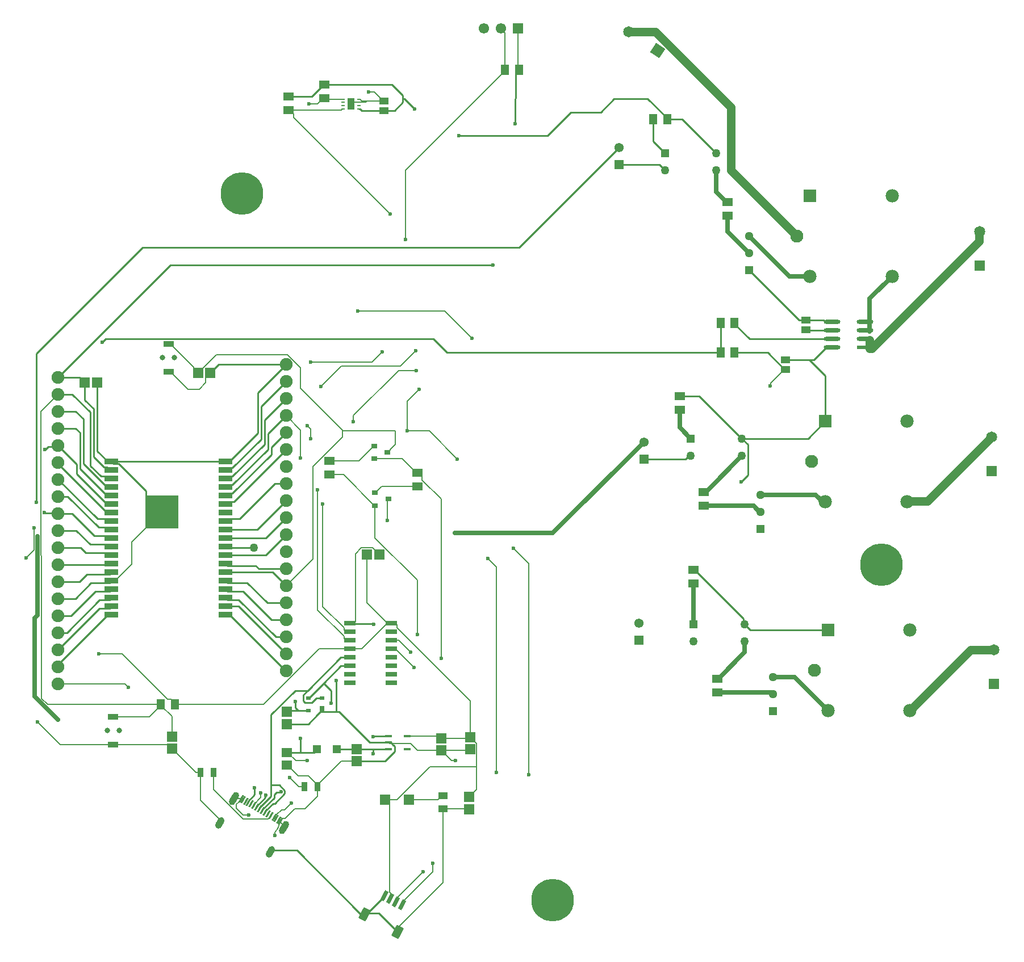
<source format=gtl>
G04*
G04 #@! TF.GenerationSoftware,Altium Limited,Altium Designer,25.5.2 (35)*
G04*
G04 Layer_Physical_Order=1*
G04 Layer_Color=255*
%FSLAX44Y44*%
%MOMM*%
G71*
G04*
G04 #@! TF.SameCoordinates,1C876D45-0CCD-4BF8-8A60-7BCD78DFC47F*
G04*
G04*
G04 #@! TF.FilePolarity,Positive*
G04*
G01*
G75*
%ADD11C,0.1270*%
%ADD16C,0.2540*%
G04:AMPARAMS|DCode=18|XSize=1mm|YSize=1.8mm|CornerRadius=0.5mm|HoleSize=0mm|Usage=FLASHONLY|Rotation=330.000|XOffset=0mm|YOffset=0mm|HoleType=Round|Shape=RoundedRectangle|*
%AMROUNDEDRECTD18*
21,1,1.0000,0.8000,0,0,330.0*
21,1,0.0000,1.8000,0,0,330.0*
1,1,1.0000,-0.2000,-0.3464*
1,1,1.0000,-0.2000,-0.3464*
1,1,1.0000,0.2000,0.3464*
1,1,1.0000,0.2000,0.3464*
%
%ADD18ROUNDEDRECTD18*%
G04:AMPARAMS|DCode=19|XSize=1mm|YSize=2.1mm|CornerRadius=0.5mm|HoleSize=0mm|Usage=FLASHONLY|Rotation=330.000|XOffset=0mm|YOffset=0mm|HoleType=Round|Shape=RoundedRectangle|*
%AMROUNDEDRECTD19*
21,1,1.0000,1.1000,0,0,330.0*
21,1,0.0000,2.1000,0,0,330.0*
1,1,1.0000,-0.2750,-0.4763*
1,1,1.0000,-0.2750,-0.4763*
1,1,1.0000,0.2750,0.4763*
1,1,1.0000,0.2750,0.4763*
%
%ADD19ROUNDEDRECTD19*%
%ADD21R,0.5500X0.2500*%
%ADD22R,2.4741X0.6221*%
G04:AMPARAMS|DCode=23|XSize=2.4741mm|YSize=0.6221mm|CornerRadius=0.3111mm|HoleSize=0mm|Usage=FLASHONLY|Rotation=180.000|XOffset=0mm|YOffset=0mm|HoleType=Round|Shape=RoundedRectangle|*
%AMROUNDEDRECTD23*
21,1,2.4741,0.0000,0,0,180.0*
21,1,1.8519,0.6221,0,0,180.0*
1,1,0.6221,-0.9260,0.0000*
1,1,0.6221,0.9260,0.0000*
1,1,0.6221,0.9260,0.0000*
1,1,0.6221,-0.9260,0.0000*
%
%ADD23ROUNDEDRECTD23*%
%ADD24R,1.3562X1.0546*%
G04:AMPARAMS|DCode=25|XSize=0.3mm|YSize=1.15mm|CornerRadius=0mm|HoleSize=0mm|Usage=FLASHONLY|Rotation=330.000|XOffset=0mm|YOffset=0mm|HoleType=Round|Shape=Rectangle|*
%AMROTATEDRECTD25*
4,1,4,-0.4174,-0.4230,0.1576,0.5730,0.4174,0.4230,-0.1576,-0.5730,-0.4174,-0.4230,0.0*
%
%ADD25ROTATEDRECTD25*%

%ADD26R,1.5500X1.2500*%
%ADD27R,1.2500X1.5500*%
%ADD28R,0.9500X1.4500*%
%ADD29R,1.5500X1.5500*%
%ADD30R,1.8000X0.6400*%
%ADD31R,1.5500X1.5000*%
%ADD32R,0.7000X1.0000*%
%ADD33R,1.1303X0.4318*%
%ADD34R,1.5500X1.5500*%
%ADD35R,1.3500X1.0000*%
G04:AMPARAMS|DCode=36|XSize=1.2mm|YSize=1.8mm|CornerRadius=0mm|HoleSize=0mm|Usage=FLASHONLY|Rotation=152.000|XOffset=0mm|YOffset=0mm|HoleType=Round|Shape=Rectangle|*
%AMROTATEDRECTD36*
4,1,4,0.9523,0.5130,0.1072,-1.0763,-0.9523,-0.5130,-0.1072,1.0763,0.9523,0.5130,0.0*
%
%ADD36ROTATEDRECTD36*%

G04:AMPARAMS|DCode=37|XSize=0.6mm|YSize=1.55mm|CornerRadius=0mm|HoleSize=0mm|Usage=FLASHONLY|Rotation=332.000|XOffset=0mm|YOffset=0mm|HoleType=Round|Shape=Rectangle|*
%AMROTATEDRECTD37*
4,1,4,-0.6287,-0.5434,0.0990,0.8251,0.6287,0.5434,-0.0990,-0.8251,-0.6287,-0.5434,0.0*
%
%ADD37ROTATEDRECTD37*%

%ADD38R,1.5000X0.9500*%
%ADD39R,1.5000X1.5500*%
%ADD40R,2.0000X0.9000*%
%ADD41R,5.0000X5.0000*%
%ADD42R,1.5500X1.4000*%
%ADD43R,1.2500X1.2200*%
%ADD44R,0.7000X0.6000*%
%ADD45R,0.9000X0.8000*%
%ADD46R,1.5000X1.5000*%
%ADD51R,1.0000X1.7000*%
%ADD86C,0.6350*%
%ADD87C,1.2700*%
%ADD88C,6.3500*%
%ADD89C,1.2980*%
%ADD90R,1.2980X1.2980*%
%ADD91C,1.2600*%
%ADD92R,1.2600X1.2600*%
%ADD93C,1.3780*%
%ADD94R,1.3780X1.3780*%
%ADD95C,1.6500*%
%ADD96P,2.3335X4X192.0*%
%ADD97C,1.9800*%
%ADD98C,1.9350*%
%ADD99R,1.9800X1.9800*%
%ADD100C,1.5500*%
%ADD101C,1.9050*%
%ADD102R,1.6500X1.6500*%
%ADD103C,0.8000*%
%ADD104C,0.6000*%
%ADD105C,1.2700*%
D11*
X737789Y268393D02*
G03*
X738533Y269677I-5116J3820D01*
G01*
X737484Y267984D02*
X737789Y268393D01*
X738736Y270145D02*
X739857Y272081D01*
X734060Y262072D02*
X734806Y263359D01*
X734060Y257810D02*
Y262072D01*
X734806Y263359D02*
X737484Y267984D01*
X738533Y269677D02*
X738736Y270145D01*
X739857Y272081D02*
Y277011D01*
X680016Y307542D02*
X683017D01*
X739384Y280636D02*
X740884Y279136D01*
X741982D01*
X797080Y315750D02*
Y330143D01*
X741982Y279136D02*
Y279192D01*
X745521Y282731D01*
X748821D01*
X763270Y297180D01*
X778510D01*
X797080Y315750D01*
X739857Y277011D02*
X741982Y279136D01*
Y277156D02*
Y279136D01*
X686410Y288290D02*
X694690D01*
X676232Y298468D02*
X686410Y288290D01*
X676232Y298468D02*
Y303758D01*
X680016Y307542D01*
X683017D02*
X686556Y311081D01*
Y311136D01*
X686046Y282001D02*
X723418D01*
X728125Y286709D02*
Y287136D01*
X723418Y282001D02*
X728125Y286709D01*
X741982Y277156D02*
X747557Y271581D01*
Y269393D02*
Y271581D01*
X849910Y1351120D02*
X859160D01*
X847410Y1348620D02*
X849910Y1351120D01*
X379730Y426720D02*
X413237Y393213D01*
X492690D01*
X363220Y671830D02*
X374650Y683260D01*
Y716280D01*
X384985Y890458D02*
X410140Y915613D01*
X384985Y675583D02*
Y890458D01*
Y675583D02*
X386010Y674558D01*
Y461914D02*
Y674558D01*
Y461914D02*
X394591Y453333D01*
X510470Y483813D02*
X515550Y478733D01*
X410140Y483813D02*
X510470D01*
X394591Y453333D02*
X563810D01*
X882050Y1366520D02*
X895112Y1353458D01*
X873760Y1366520D02*
X882050D01*
X871220Y1353458D02*
X895112D01*
X896620D01*
X930910Y861060D02*
X963930D01*
X1005840Y819150D01*
X1089660Y685800D02*
X1112520Y662940D01*
Y347980D02*
Y662940D01*
X955040Y203200D02*
Y203200D01*
X914400Y162560D02*
X955040Y203200D01*
X914400Y158750D02*
Y162560D01*
X981640Y384753D02*
X1023660D01*
X997073Y369570D02*
X1003300D01*
X850900Y883920D02*
X918210Y951230D01*
X944880D01*
X1051560Y670560D02*
X1064223Y657897D01*
Y351305D02*
Y657897D01*
X969010Y203719D02*
Y215900D01*
X923229Y157938D02*
X969010Y203719D01*
X923229Y154055D02*
Y157938D01*
X981640Y521913D02*
Y759497D01*
X953195Y787942D02*
X981640Y759497D01*
X984180Y187378D02*
Y297283D01*
X916516Y119714D02*
X984180Y187378D01*
X782320Y868680D02*
X787400Y863600D01*
Y849630D02*
Y863600D01*
X930910Y861060D02*
Y905510D01*
X948690Y923290D01*
X986790Y1040130D02*
X1027430Y999490D01*
X857250Y1040130D02*
X986790D01*
X953195Y787942D02*
Y793248D01*
X946080Y798863D02*
X947580D01*
X953195Y793248D01*
X784860Y1348740D02*
X797420D01*
X806220Y1357540D01*
X807720D01*
X755880Y1339760D02*
X832800D01*
X834160Y1341120D01*
X761495Y1328925D02*
X905510Y1184910D01*
X802640Y927100D02*
X832945Y957405D01*
X920575D01*
X943610Y980440D01*
X761495Y1328925D02*
Y1334145D01*
X755880Y1339760D02*
X761495Y1334145D01*
X754380Y1339760D02*
X755880D01*
X771606Y924987D02*
Y955121D01*
X752002Y974725D02*
X771606Y955121D01*
X646582Y974725D02*
X752002D01*
X928370Y1146810D02*
Y1249540D01*
X850900Y875030D02*
Y883920D01*
X928370Y1249540D02*
X1076870Y1398040D01*
Y1399540D01*
X1070610Y1460636D02*
Y1461770D01*
Y1460636D02*
X1076870Y1454376D01*
Y1399540D02*
Y1454376D01*
X1096010Y1400900D02*
Y1461770D01*
Y1400900D02*
X1097370Y1399540D01*
X787400Y963930D02*
X878840D01*
X894080Y979170D01*
X868882Y1351120D02*
X871220Y1353458D01*
X859160Y1351120D02*
X868882D01*
X859160Y1356120D02*
X860660D01*
X863322Y1353458D01*
X871220D01*
X834160Y1341120D02*
X835660D01*
X807870Y1356120D02*
X835660D01*
X807720Y1356270D02*
X807870Y1356120D01*
X916516Y113738D02*
Y119714D01*
X915406Y311093D02*
X964481Y360168D01*
X933100Y311093D02*
X976240D01*
X982430Y317283D01*
X898100Y311093D02*
X904965Y304228D01*
Y172795D02*
Y304228D01*
Y172795D02*
X906761Y170999D01*
Y164635D02*
Y170999D01*
X905571Y163445D02*
X906761Y164635D01*
X1493282Y952862D02*
X1494790D01*
X1472835Y932415D02*
X1493282Y952862D01*
X1472835Y929275D02*
Y932415D01*
X1471930Y928370D02*
X1472835Y929275D01*
X981890Y384753D02*
X997073Y369570D01*
X981640Y384753D02*
X981890D01*
X1034475Y360168D02*
Y394508D01*
X1025070Y403913D02*
X1034475Y394508D01*
X471100Y528263D02*
X505574D01*
X771606Y924987D02*
X834320Y862273D01*
X619470Y947613D02*
X646582Y974725D01*
X750500Y883863D02*
X772090Y862273D01*
Y820363D02*
Y862273D01*
X835590Y861003D02*
X912316D01*
X797490Y594079D02*
Y773373D01*
Y594079D02*
X836815Y554754D01*
Y551148D02*
Y554754D01*
Y551148D02*
X839380Y548583D01*
X845180D01*
X790247Y808314D02*
X834320Y852387D01*
X790247Y669610D02*
Y808314D01*
X834320Y852387D02*
Y862273D01*
X750500Y629863D02*
X790247Y669610D01*
X805110Y599159D02*
Y751783D01*
Y599159D02*
X836815Y567454D01*
Y563848D02*
Y567454D01*
Y563848D02*
X839380Y561283D01*
X845180D01*
X520080Y695353D02*
X565080Y740353D01*
X520080Y662053D02*
Y695353D01*
X495580Y637553D02*
X520080Y662053D01*
X490080Y637553D02*
X495580D01*
X546690Y434713D02*
X563810Y451833D01*
X492690Y434713D02*
X546690D01*
X505574Y528263D02*
X573389Y460448D01*
X578695D01*
X584310Y454833D01*
Y453333D02*
Y454833D01*
X630605Y940498D02*
X637470Y947363D01*
X630605Y932878D02*
Y940498D01*
X620960Y923233D02*
X630605Y932878D01*
X604120Y923233D02*
X620960D01*
X577880Y949473D02*
X604120Y923233D01*
X575130Y949473D02*
X577880D01*
X834320Y862273D02*
X835590Y861003D01*
X912316D02*
X913060Y860259D01*
Y840843D02*
Y860259D01*
X905335Y833118D02*
X913060Y840843D01*
X905335Y832618D02*
Y833118D01*
X901970Y829253D02*
X905335Y832618D01*
X901470Y829253D02*
X901970D01*
X619470Y947363D02*
Y947613D01*
X815270Y816643D02*
X858860D01*
X880970Y838753D01*
X836000Y796143D02*
X882240Y749903D01*
X612605Y954228D02*
X619470Y947363D01*
X612605Y954228D02*
Y956248D01*
X577880Y990973D02*
X612605Y956248D01*
X575130Y990973D02*
X577880D01*
X850980Y573983D02*
X853545Y576548D01*
Y677802D01*
X862251Y686508D01*
X879635D01*
X889290Y676853D01*
X870790Y604673D02*
X901480Y573983D01*
X870790Y604673D02*
Y676853D01*
X901480Y573983D02*
X907280D01*
X944580Y798863D02*
X946080D01*
X901630Y727653D02*
Y758293D01*
X902740Y759403D01*
X907280Y548583D02*
X918140D01*
X935920Y530803D01*
X946080Y557473D02*
Y638257D01*
X882740Y701597D02*
X946080Y638257D01*
X882740Y701597D02*
Y749903D01*
X1024820Y403913D02*
Y458637D01*
X915645Y567812D02*
X1024820Y458637D01*
X907280Y535883D02*
X913080D01*
X941000Y507963D01*
Y507943D02*
Y507963D01*
X882240Y749903D02*
X882740D01*
X815270Y796143D02*
X836000D01*
X880970Y838753D02*
X881470D01*
X892700Y778363D02*
X946080D01*
X883240Y768903D02*
X892700Y778363D01*
X882740Y768903D02*
X883240D01*
X923690Y819753D02*
X944580Y798863D01*
X881470Y819753D02*
X923690D01*
X855660Y386133D02*
X855910D01*
X764560Y369513D02*
X782250D01*
X915645Y567812D02*
Y571418D01*
X913080Y573983D02*
X915645Y571418D01*
X907280Y573983D02*
X913080D01*
X863380Y535883D02*
X901480Y573983D01*
X845180Y535883D02*
X863380D01*
X799685D02*
X845180D01*
X717134Y453333D02*
X799685Y535883D01*
X584310Y453333D02*
X717134D01*
X563810Y451833D02*
X580320Y435323D01*
Y405183D02*
Y435323D01*
X574540Y393213D02*
X601710Y366043D01*
X492690Y393213D02*
X574540D01*
X964481Y360168D02*
X1034475D01*
X898100Y311093D02*
X915406D01*
X982430Y317283D02*
X984180D01*
X755580Y344113D02*
X769550Y330143D01*
X777580D01*
X984180Y297283D02*
X1022670D01*
X1023550Y296403D01*
Y314903D02*
X1034475Y325828D01*
Y360168D01*
X1023660Y402753D02*
X1024820Y403913D01*
X981640Y402753D02*
X1023660D01*
Y384753D02*
X1024820Y385913D01*
X907980Y394659D02*
X936300D01*
X902963Y396183D02*
X904488Y394659D01*
X907980D01*
X936300D02*
X946206Y384753D01*
X981640D01*
X978710Y405683D02*
X981640Y402753D01*
X930777Y405683D02*
X978710D01*
X797080Y332643D02*
X832570Y368133D01*
X855910D01*
X751770Y362553D02*
X752520D01*
X768600Y346473D01*
X783250D02*
X797080Y332643D01*
X768600Y346473D02*
X783250D01*
X683675Y312353D02*
X683958Y312636D01*
X672973Y312353D02*
X683675D01*
X601710Y366008D02*
Y366043D01*
Y366008D02*
X615985Y351733D01*
X622640D01*
X672733Y312593D02*
X672973Y312353D01*
X651833Y276393D02*
Y280959D01*
X622640Y310152D02*
X651833Y280959D01*
X622640Y310152D02*
Y351733D01*
X732456Y284636D02*
Y285064D01*
X735995Y288603D01*
X736422D01*
X743605Y295786D01*
X747892D01*
X758120Y306013D01*
X712400Y313947D02*
Y321253D01*
X702145Y303692D02*
X712400Y313947D01*
X702145Y302136D02*
Y303692D01*
X642140Y325908D02*
X686046Y282001D01*
X752520Y381553D02*
X764560Y369513D01*
X751770Y381553D02*
X752520D01*
X642140Y325908D02*
Y351733D01*
D16*
X1530350Y967378D02*
X1554160Y943568D01*
Y875340D02*
Y943568D01*
X1530350Y967378D02*
X1537207D01*
X1366430Y913220D02*
X1430020Y849630D01*
X1337310Y913220D02*
X1366430D01*
X1555350Y985520D02*
X1564609D01*
X1537207Y967378D02*
X1555350Y985520D01*
X1494790Y967378D02*
X1530350D01*
X1318350Y1325880D02*
Y1327380D01*
X1289370Y1356360D02*
X1318350Y1327380D01*
X1239520Y1356360D02*
X1289370D01*
X1219330Y1336170D02*
X1239520Y1356360D01*
X1174444Y1336170D02*
X1219330D01*
X1341120Y1325880D02*
X1391920Y1275080D01*
X1318350Y1325880D02*
X1341120D01*
X924560Y1356360D02*
X927100D01*
X942340Y1341120D01*
X1008380Y1301750D02*
X1140024D01*
X1174444Y1336170D01*
X924560Y1356360D02*
Y1361440D01*
X859160Y1341120D02*
X860620D01*
X862798Y1338942D01*
X896620D01*
X912222D01*
X924560Y1351280D01*
Y1356360D01*
X907960Y1378040D02*
X924560Y1361440D01*
X807720Y1378040D02*
X907960D01*
X806220D02*
X807720D01*
X788440Y1360260D02*
X806220Y1378040D01*
X754380Y1360260D02*
X788440D01*
X1528450Y849630D02*
X1554160Y875340D01*
X1430020Y849630D02*
X1528450D01*
X1428750Y784860D02*
X1438860Y794970D01*
Y840790D01*
X1430020Y849630D02*
X1438860Y840790D01*
X1433830Y572770D02*
X1442410Y564190D01*
X1558250D01*
X1431905Y574695D02*
X1433830Y572770D01*
X1431905Y574695D02*
Y581365D01*
X1359130Y654140D02*
X1431905Y581365D01*
X1357630Y654140D02*
X1359130D01*
X805910Y442103D02*
X826770D01*
X845787Y573377D02*
X880773D01*
X845180Y573983D02*
X845787Y573377D01*
X880773D02*
X881380Y572770D01*
X825500Y443373D02*
Y488950D01*
Y443373D02*
X826770Y442103D01*
X829286D01*
X817810Y454603D02*
Y473346D01*
X410140Y512313D02*
X484580Y586753D01*
X410140Y509213D02*
Y512313D01*
Y534613D02*
X471750Y596223D01*
X486850D01*
X490080Y599453D01*
X410140Y585413D02*
X429874D01*
X466084Y621623D01*
X410140Y636213D02*
X442574D01*
X453384Y647023D01*
X410140Y661613D02*
X479990D01*
X410140Y687013D02*
X443914D01*
X452044Y678883D01*
X410140Y712413D02*
X437564D01*
X458394Y691583D01*
X410140Y737813D02*
X431214D01*
X464744Y704283D01*
X410140Y788613D02*
X469070Y729683D01*
X438080Y796665D02*
Y811473D01*
X443160Y804285D02*
Y858463D01*
Y804285D02*
X479662Y767783D01*
X410140Y864813D02*
X436810D01*
X443160Y858463D01*
X436810Y890213D02*
X448240Y878783D01*
X431730Y915613D02*
X458400Y888943D01*
X1092390Y1394560D02*
X1097370Y1399540D01*
X1092390Y1357189D02*
Y1394560D01*
X1092200Y1356999D02*
X1092390Y1357189D01*
X1092200Y1319530D02*
Y1356999D01*
X577837Y1108710D02*
X1059180D01*
X410140Y941013D02*
X577837Y1108710D01*
X649920Y960063D02*
X750500D01*
X708075Y917638D02*
X750500Y960063D01*
X481373Y998263D02*
X969662D01*
X536770Y1134940D02*
X1098110D01*
X1247140Y1283970D01*
X660080Y815353D02*
X665580D01*
X490080D02*
X660080D01*
X871539Y141437D02*
X896741Y166639D01*
X871539Y141437D02*
X888817D01*
X868479D02*
X871539D01*
X870131Y140028D02*
X871539Y141437D01*
X867071Y140028D02*
X870131D01*
X888817Y141437D02*
X916516Y113738D01*
X867071Y140028D02*
X868479Y141437D01*
X916516Y113738D02*
X916516D01*
X896741Y166639D02*
Y168139D01*
X726657Y233193D02*
X728657Y235193D01*
X766492D01*
X861657Y140028D01*
X867071D01*
X389890Y739140D02*
X390552Y738478D01*
X391373Y833120D02*
X396082Y837829D01*
X391160Y833120D02*
X391373D01*
X390552Y738478D02*
X409475D01*
X396082Y837829D02*
X408556D01*
X378460Y754380D02*
Y976630D01*
X764470Y447873D02*
Y457143D01*
X1351098Y824230D02*
X1353820D01*
X1346018Y819150D02*
X1351098Y824230D01*
X1283970Y819150D02*
X1346018D01*
X1297850Y1292950D02*
Y1325880D01*
Y1292950D02*
X1315720Y1275080D01*
X1306830Y1258570D02*
X1315720Y1249680D01*
X1247140Y1258570D02*
X1306830D01*
X409475Y738478D02*
X410140Y737813D01*
X378460Y976630D02*
X536770Y1134940D01*
X990025Y977900D02*
X1398090D01*
X969662Y998263D02*
X990025Y977900D01*
X408556Y837829D02*
X410140Y839413D01*
X476250Y993140D02*
X481373Y998263D01*
X1468244Y977900D02*
X1493282Y952862D01*
X1418590Y977900D02*
X1468244D01*
X1398090D02*
Y1022260D01*
X1398180Y1022350D01*
X1418680Y1020850D02*
Y1022350D01*
Y1020850D02*
X1441310Y998220D01*
X1564609D01*
X1440620Y1101090D02*
X1515004Y1026706D01*
X1525270D01*
X1526540Y1010920D02*
X1564609D01*
X1525270Y1012190D02*
X1526540Y1010920D01*
X1554353Y1023620D02*
X1564609D01*
X1551268Y1026706D02*
X1554353Y1023620D01*
X1525270Y1026706D02*
X1551268D01*
X661420Y687013D02*
X702240D01*
X660080Y688353D02*
X661420Y687013D01*
X463480Y822065D02*
X478502Y807043D01*
X463480Y822065D02*
Y894023D01*
X500498Y812123D02*
X541350Y771271D01*
X772005Y381553D02*
X772090Y381638D01*
Y402533D01*
X772005Y381553D02*
X792240D01*
X751770D02*
X772005D01*
X907980Y394659D02*
X909987Y392652D01*
X902658Y405378D02*
X902963Y405683D01*
X880345Y405378D02*
X902658D01*
X880040Y405073D02*
X880345Y405378D01*
X879712Y380001D02*
X880040Y379673D01*
X879712Y380001D02*
Y386683D01*
X902963D01*
X803680Y444333D02*
X805910Y442103D01*
X803680Y444333D02*
Y445833D01*
X797042Y437695D02*
X803680Y444333D01*
X797042Y437581D02*
Y437695D01*
X783224Y423763D02*
X797042Y437581D01*
X751770Y423763D02*
X783224D01*
X912425Y382946D02*
Y390420D01*
X910193Y392652D02*
X912425Y390420D01*
X906456Y396183D02*
X907980Y394659D01*
X909987Y392652D02*
X910193D01*
X897612Y368133D02*
X912425Y382946D01*
X875206Y396183D02*
X902963D01*
X906456D01*
X829286Y442103D02*
X875206Y396183D01*
X855910Y368133D02*
X897612D01*
X637470Y947613D02*
X649920Y960063D01*
X665580Y815353D02*
X708075Y857849D01*
Y917638D01*
X490080Y815353D02*
X493310Y812123D01*
X500498D01*
X484580Y815353D02*
X490080D01*
X468920Y831013D02*
Y933393D01*
Y831013D02*
X484580Y815353D01*
X541350Y764083D02*
Y771271D01*
Y764083D02*
X565080Y740353D01*
X486850Y634323D02*
X490080Y637553D01*
X459734Y634323D02*
X486850D01*
X410140Y610813D02*
X436224D01*
X459734Y634323D01*
X693484Y307136D02*
Y308692D01*
X703510Y318717D01*
Y328873D01*
X764470Y447873D02*
X768510Y443833D01*
X783680D01*
X727960Y437546D02*
X763887Y473472D01*
X727960Y332683D02*
Y437546D01*
X763887Y473472D02*
X782431D01*
X730983Y305210D02*
X733401D01*
X719465Y292136D02*
Y293692D01*
X730983Y305210D01*
X733401D02*
X748420Y320228D01*
Y324818D01*
X740555Y332683D02*
X748420Y324818D01*
X727960Y332683D02*
X740555D01*
X706475Y299636D02*
Y301192D01*
X719358Y314075D01*
Y316781D01*
X720020Y317443D01*
X710805Y297136D02*
Y298692D01*
X727960Y315847D01*
Y332683D01*
X782431Y473472D02*
X832142Y523183D01*
X736070Y322063D02*
X742420D01*
X732720Y318713D02*
X736070Y322063D01*
X732720Y313777D02*
Y318713D01*
X742420Y322063D02*
X742880Y322523D01*
X715135Y294636D02*
Y296192D01*
X732720Y313777D01*
X806252Y484905D02*
X817810Y473346D01*
X806252Y484905D02*
X831830Y510483D01*
X776370Y458255D02*
Y467411D01*
X753340Y443833D02*
X768510D01*
X751770Y442263D02*
X753340Y443833D01*
X792240Y381553D02*
X796710Y386023D01*
X831830Y510483D02*
X845180D01*
X784180Y462833D02*
X806252Y484905D01*
X783680Y462833D02*
X784180D01*
X855910Y386133D02*
X856460Y386683D01*
X879712D01*
X826320Y386133D02*
X855910D01*
X826210Y386023D02*
X826320Y386133D01*
X832142Y523183D02*
X845180D01*
X776370Y467411D02*
X782431Y473472D01*
X776370Y458255D02*
X778602Y456023D01*
X788758D01*
X795568Y462833D01*
X803680D01*
X660080Y586753D02*
X665580D01*
X749470Y502863D01*
X750500D01*
X660080Y599453D02*
X679310D01*
X750500Y528263D01*
X660080Y612153D02*
X663310Y608923D01*
X679791D01*
X735051Y553663D01*
X750500D01*
X660080Y624853D02*
X663310Y621623D01*
X686141D01*
X728701Y579063D01*
X750500D01*
X660080Y637553D02*
X663310Y634323D01*
X692491D01*
X722351Y604463D01*
X750500D01*
X660080Y650253D02*
X697226D01*
X697296Y650183D01*
X730180D01*
X750500Y629863D01*
X660080Y662953D02*
X663310Y659723D01*
X705191D01*
X709651Y655263D01*
X750500D01*
X660080Y675653D02*
X720090D01*
X750500Y706063D01*
X660080Y701053D02*
X720090D01*
X750500Y731463D01*
X660080Y713753D02*
X707390D01*
X750500Y756863D01*
X660080Y726453D02*
X663310Y729683D01*
X681131D01*
X733711Y782263D01*
X750500D01*
X660080Y751853D02*
X663310Y755083D01*
X672520D01*
X750500Y833063D01*
X660080Y764553D02*
X663310Y767783D01*
X670498D01*
X728395Y825680D01*
Y836358D01*
X750500Y858463D01*
X723316Y833300D02*
Y856678D01*
X670498Y780483D02*
X723316Y833300D01*
X660080Y777253D02*
X663310Y780483D01*
X670498D01*
X723316Y856678D02*
X750500Y883863D01*
X718235Y840920D02*
Y876999D01*
X670498Y793183D02*
X718235Y840920D01*
X663310Y793183D02*
X670498D01*
X713156Y848540D02*
Y897318D01*
X670498Y805883D02*
X713156Y848540D01*
X660080Y789953D02*
X663310Y793183D01*
X718235Y876999D02*
X750500Y909263D01*
X660080Y802653D02*
X663310Y805883D01*
X670498D01*
X713156Y897318D02*
X750500Y934663D01*
X484580Y586753D02*
X490080D01*
X486850Y608923D02*
X490080Y612153D01*
X472434Y608923D02*
X486850D01*
X423524Y560013D02*
X472434Y608923D01*
X410140Y560013D02*
X423524D01*
X486850Y621623D02*
X490080Y624853D01*
X466084Y621623D02*
X486850D01*
Y647023D02*
X490080Y650253D01*
X453384Y647023D02*
X486850D01*
Y678883D02*
X490080Y675653D01*
X452044Y678883D02*
X486850D01*
Y691583D02*
X490080Y688353D01*
X458394Y691583D02*
X486850D01*
Y704283D02*
X490080Y701053D01*
X464744Y704283D02*
X486850D01*
Y716983D02*
X490080Y713753D01*
X471094Y716983D02*
X486850D01*
X424864Y763213D02*
X471094Y716983D01*
X410140Y763213D02*
X424864D01*
X486850Y729683D02*
X490080Y726453D01*
X469070Y729683D02*
X486850D01*
Y742383D02*
X490080Y739153D01*
X479662Y742383D02*
X486850D01*
X410140Y811905D02*
X479662Y742383D01*
X410140Y811905D02*
Y814013D01*
X438080Y796665D02*
X479662Y755083D01*
X486850D02*
X490080Y751853D01*
X479662Y755083D02*
X486850D01*
X410140Y839413D02*
X438080Y811473D01*
X458400Y808933D02*
Y888943D01*
Y808933D02*
X474150Y793183D01*
X448240Y811905D02*
Y878783D01*
Y811905D02*
X479662Y780483D01*
X486850Y767783D02*
X490080Y764553D01*
X479662Y767783D02*
X486850D01*
X474150Y793183D02*
X486850D01*
Y780483D02*
X490080Y777253D01*
X479662Y780483D02*
X486850D01*
X410140Y890213D02*
X436810D01*
X486850Y793183D02*
X490080Y789953D01*
X410140Y915613D02*
X431730D01*
X478502Y807043D02*
X483800D01*
X450420Y907083D02*
X463480Y894023D01*
X450420Y907083D02*
Y933393D01*
X442800Y941013D02*
X450420Y933393D01*
X410140Y941013D02*
X442800D01*
D18*
X651833Y276393D02*
D03*
X726657Y233193D02*
D03*
D19*
X747557Y269393D02*
D03*
X672733Y312593D02*
D03*
D21*
X835660Y1356120D02*
D03*
Y1351120D02*
D03*
Y1346120D02*
D03*
Y1341120D02*
D03*
X859160D02*
D03*
Y1346120D02*
D03*
Y1351120D02*
D03*
Y1356120D02*
D03*
D22*
X1612931Y985520D02*
D03*
D23*
Y998220D02*
D03*
Y1010920D02*
D03*
Y1023620D02*
D03*
X1564609Y1010920D02*
D03*
Y998220D02*
D03*
Y1023620D02*
D03*
Y985520D02*
D03*
D24*
X1525270Y1012190D02*
D03*
Y1026706D02*
D03*
X896620Y1338942D02*
D03*
Y1353458D02*
D03*
X1494790Y967378D02*
D03*
Y952862D02*
D03*
D25*
X732456Y284636D02*
D03*
X728125Y287136D02*
D03*
X723795Y289636D02*
D03*
X719465Y292136D02*
D03*
X715135Y294636D02*
D03*
X710805Y297136D02*
D03*
X706475Y299636D02*
D03*
X702145Y302136D02*
D03*
X697815Y304636D02*
D03*
X690886Y308636D02*
D03*
X693484Y307136D02*
D03*
X735054Y283136D02*
D03*
X741982Y279136D02*
D03*
X686556Y311136D02*
D03*
X683958Y312636D02*
D03*
X739384Y280636D02*
D03*
D26*
X1372870Y769710D02*
D03*
Y749210D02*
D03*
X1337310Y913220D02*
D03*
Y892720D02*
D03*
X754380Y1360260D02*
D03*
Y1339760D02*
D03*
X807720Y1378040D02*
D03*
Y1357540D02*
D03*
X1393190Y491580D02*
D03*
Y471080D02*
D03*
X1357630Y654140D02*
D03*
X1408430Y1202780D02*
D03*
Y1182280D02*
D03*
X1357630Y633640D02*
D03*
X815270Y816643D02*
D03*
Y796143D02*
D03*
X946080Y778363D02*
D03*
Y798863D02*
D03*
D27*
X1318350Y1325880D02*
D03*
X1297850D02*
D03*
X1398090Y977900D02*
D03*
X1418590D02*
D03*
X1097370Y1399540D02*
D03*
X1076870D02*
D03*
X1398180Y1022350D02*
D03*
X563810Y453333D02*
D03*
X584310D02*
D03*
X1418680Y1022350D02*
D03*
D28*
X797080Y330143D02*
D03*
X777580D02*
D03*
X622640Y351733D02*
D03*
X642140D02*
D03*
D29*
X889290Y676853D02*
D03*
X468920Y933393D02*
D03*
X870790Y676853D02*
D03*
X450420Y933393D02*
D03*
D30*
X845180Y573983D02*
D03*
Y510483D02*
D03*
Y548583D02*
D03*
Y561283D02*
D03*
Y535883D02*
D03*
X907280Y573983D02*
D03*
Y561283D02*
D03*
Y548583D02*
D03*
Y535883D02*
D03*
Y523183D02*
D03*
Y510483D02*
D03*
Y497783D02*
D03*
Y485083D02*
D03*
X845180D02*
D03*
Y497783D02*
D03*
Y523183D02*
D03*
D31*
X1024820Y385913D02*
D03*
X981640Y384753D02*
D03*
X855910Y368133D02*
D03*
X580320Y387183D02*
D03*
Y405183D02*
D03*
X981640Y402753D02*
D03*
X1024820Y403913D02*
D03*
X855910Y386133D02*
D03*
D32*
X803680Y445833D02*
D03*
D33*
X902963Y396183D02*
D03*
X930777Y405683D02*
D03*
X902963D02*
D03*
Y386683D02*
D03*
X930777D02*
D03*
D34*
X1023550Y296403D02*
D03*
X751770Y423763D02*
D03*
Y442263D02*
D03*
X1023550Y314903D02*
D03*
X1096010Y1461770D02*
D03*
D35*
X984180Y297283D02*
D03*
Y317283D02*
D03*
D36*
X916516Y113738D02*
D03*
X867071Y140028D02*
D03*
D37*
X896741Y168139D02*
D03*
X923229Y154055D02*
D03*
X914400Y158750D02*
D03*
X905571Y163445D02*
D03*
D38*
X575130Y949473D02*
D03*
X492690Y393213D02*
D03*
X575130Y990973D02*
D03*
X492690Y434713D02*
D03*
D39*
X637470Y947363D02*
D03*
X619470D02*
D03*
D40*
X660080Y815353D02*
D03*
X490080D02*
D03*
Y637553D02*
D03*
Y802653D02*
D03*
Y789953D02*
D03*
Y777253D02*
D03*
Y764553D02*
D03*
Y751853D02*
D03*
Y739153D02*
D03*
Y726453D02*
D03*
Y713753D02*
D03*
Y701053D02*
D03*
Y688353D02*
D03*
Y675653D02*
D03*
Y662953D02*
D03*
Y650253D02*
D03*
Y624853D02*
D03*
Y612153D02*
D03*
Y599453D02*
D03*
Y586753D02*
D03*
X660080D02*
D03*
Y599453D02*
D03*
Y612153D02*
D03*
Y624853D02*
D03*
Y637553D02*
D03*
Y650253D02*
D03*
Y662953D02*
D03*
Y675653D02*
D03*
Y688353D02*
D03*
Y701053D02*
D03*
Y713753D02*
D03*
Y726453D02*
D03*
Y739153D02*
D03*
Y751853D02*
D03*
Y764553D02*
D03*
Y777253D02*
D03*
Y789953D02*
D03*
Y802653D02*
D03*
D41*
X565080Y740353D02*
D03*
D42*
X751770Y362553D02*
D03*
Y381553D02*
D03*
D43*
X796710Y386023D02*
D03*
X826210D02*
D03*
D44*
X783680Y443833D02*
D03*
Y462833D02*
D03*
X803680D02*
D03*
D45*
X901470Y829253D02*
D03*
X902740Y759403D02*
D03*
X881470Y838753D02*
D03*
Y819753D02*
D03*
X882740Y768903D02*
D03*
Y749903D02*
D03*
D46*
X898100Y311093D02*
D03*
X933100D02*
D03*
D51*
X847410Y1348620D02*
D03*
D86*
X375920Y464820D02*
Y582295D01*
X379730Y586105D01*
Y703580D01*
X1378575Y772785D02*
X1430020Y824230D01*
X1372870Y769710D02*
X1375945Y772785D01*
X1378575D01*
X1508410Y494030D02*
X1558250Y444190D01*
X1476180Y494030D02*
X1508410D01*
X1474386Y468630D02*
X1476180D01*
X1471936Y471080D02*
X1474386Y468630D01*
X1393190Y471080D02*
X1471936D01*
X1393190Y491580D02*
X1394690D01*
X1433830Y530720D01*
Y547370D01*
X1357630Y572770D02*
Y633640D01*
X1550520Y755340D02*
X1554160D01*
X1540050Y765810D02*
X1550520Y755340D01*
X1457960Y765810D02*
X1540050D01*
X1456166Y740410D02*
X1457960D01*
X1447366Y749210D02*
X1456166Y740410D01*
X1372870Y749210D02*
X1447366D01*
X375920Y464820D02*
X410210Y430530D01*
X1002030Y708660D02*
X1148080D01*
X1283970Y844550D01*
X1337310Y866140D02*
X1353820Y849630D01*
X1337310Y866140D02*
Y892720D01*
X1500620Y1091890D02*
X1531580D01*
X1440620Y1151890D02*
X1500620Y1091890D01*
X1408430Y1158680D02*
X1440620Y1126490D01*
X1408430Y1158680D02*
Y1182280D01*
X1406930Y1202780D02*
X1408430D01*
X1391920Y1217790D02*
X1406930Y1202780D01*
X1391920Y1217790D02*
Y1249680D01*
X1620520Y1058830D02*
X1653580Y1091890D01*
X1620520Y1022350D02*
Y1058830D01*
Y1009650D02*
Y1022350D01*
D87*
X1770730Y534670D02*
X1805940D01*
X1680250Y444190D02*
X1770730Y534670D01*
X1706138Y756178D02*
X1802130Y852170D01*
X1676998Y756178D02*
X1706138D01*
X1676160Y755340D02*
X1676998Y756178D01*
X1783263Y1157848D02*
X1783990Y1158575D01*
X1783263Y1144212D02*
Y1157848D01*
X1623301Y984250D02*
X1783263Y1144212D01*
X1620520Y984250D02*
X1623301D01*
X1620520D02*
Y996950D01*
X1261398Y1456554D02*
X1300949D01*
X1413460Y1344043D01*
Y1250010D02*
Y1344043D01*
Y1250010D02*
X1511580Y1151890D01*
D88*
X1638300Y661670D02*
D03*
X684530Y1215390D02*
D03*
X1148080Y161290D02*
D03*
D89*
X1476180Y494030D02*
D03*
Y468630D02*
D03*
X1457960Y765810D02*
D03*
Y740410D02*
D03*
X1440620Y1151890D02*
D03*
Y1126490D02*
D03*
D90*
X1476180Y443230D02*
D03*
X1457960Y715010D02*
D03*
X1440620Y1101090D02*
D03*
D91*
X1433830Y572770D02*
D03*
Y547370D02*
D03*
X1357630D02*
D03*
X1391920Y1275080D02*
D03*
Y1249680D02*
D03*
X1315720D02*
D03*
X1430020Y849630D02*
D03*
Y824230D02*
D03*
X1353820D02*
D03*
D92*
X1357630Y572770D02*
D03*
X1315720Y1275080D02*
D03*
X1353820Y849630D02*
D03*
D93*
X1276350Y574040D02*
D03*
X1283970Y844550D02*
D03*
X1247140Y1283970D02*
D03*
D94*
X1276350Y548640D02*
D03*
X1283970Y819150D02*
D03*
X1247140Y1258570D02*
D03*
D95*
X1261398Y1456554D02*
D03*
X1802130Y852170D02*
D03*
X1783990Y1158575D02*
D03*
X1805940Y534670D02*
D03*
D96*
X1304002Y1428886D02*
D03*
D97*
X1676160Y875340D02*
D03*
Y755340D02*
D03*
X1554160D02*
D03*
X1680250Y444190D02*
D03*
X1653580Y1091890D02*
D03*
Y1211890D02*
D03*
X1531580Y1091890D02*
D03*
X1680250Y564190D02*
D03*
X1558250Y444190D02*
D03*
D98*
X1534160Y815340D02*
D03*
X1511580Y1151890D02*
D03*
X1538250Y504190D02*
D03*
D99*
X1554160Y875340D02*
D03*
X1558250Y564190D02*
D03*
X1531580Y1211890D02*
D03*
D100*
X1045210Y1461770D02*
D03*
X1070610D02*
D03*
D101*
X750500Y960063D02*
D03*
Y807663D02*
D03*
X410140Y610813D02*
D03*
X750500Y909263D02*
D03*
X410140Y534613D02*
D03*
Y661613D02*
D03*
Y712413D02*
D03*
X750500Y756863D02*
D03*
Y731463D02*
D03*
Y553663D02*
D03*
X410140Y839413D02*
D03*
Y890213D02*
D03*
X750500Y883863D02*
D03*
Y629863D02*
D03*
Y579063D02*
D03*
X410140Y687013D02*
D03*
X750500Y934663D02*
D03*
X410140Y560013D02*
D03*
Y636213D02*
D03*
Y814013D02*
D03*
X750500Y858463D02*
D03*
Y782263D02*
D03*
Y604463D02*
D03*
Y502863D02*
D03*
X410140Y788613D02*
D03*
X750500Y680663D02*
D03*
X410140Y737813D02*
D03*
X750500Y833063D02*
D03*
Y528263D02*
D03*
X410140Y509213D02*
D03*
Y585413D02*
D03*
X750500Y706063D02*
D03*
Y655263D02*
D03*
X410140Y763213D02*
D03*
Y864813D02*
D03*
Y915613D02*
D03*
Y941013D02*
D03*
Y483813D02*
D03*
D102*
X1783990Y1107775D02*
D03*
X1802130Y801370D02*
D03*
X1805940Y483870D02*
D03*
D103*
X584130Y970223D02*
D03*
X566130D02*
D03*
X501690Y413963D02*
D03*
X483690D02*
D03*
D104*
X942340Y1341120D02*
D03*
X1008380Y1301750D02*
D03*
X1428750Y784860D02*
D03*
X734060Y257810D02*
D03*
X694690Y288290D02*
D03*
X379730Y426720D02*
D03*
X881380Y572770D02*
D03*
X825500Y488950D02*
D03*
X379730Y703580D02*
D03*
X374650Y716280D02*
D03*
X363220Y671830D02*
D03*
X873760Y1366520D02*
D03*
X1005840Y819150D02*
D03*
X1089660Y685800D02*
D03*
X1112520Y347980D02*
D03*
X955040Y203200D02*
D03*
X1003300Y369570D02*
D03*
X944880Y951230D02*
D03*
X1051560Y670560D02*
D03*
X1064223Y351305D02*
D03*
X969010Y215900D02*
D03*
X782320Y868680D02*
D03*
X787400Y849630D02*
D03*
X930910Y861060D02*
D03*
X948690Y923290D02*
D03*
X1027430Y999490D02*
D03*
X857250Y1040130D02*
D03*
X784860Y1348740D02*
D03*
X802640Y927100D02*
D03*
X943610Y980440D02*
D03*
X905510Y1184910D02*
D03*
X1092200Y1319530D02*
D03*
X1059180Y1108710D02*
D03*
X928370Y1146810D02*
D03*
X850900Y875030D02*
D03*
X787400Y963930D02*
D03*
X894080Y979170D02*
D03*
X1471930Y928370D02*
D03*
X410210Y430530D02*
D03*
X1002030Y708660D02*
D03*
X391160Y833120D02*
D03*
X389890Y739140D02*
D03*
X471100Y528263D02*
D03*
X764470Y457143D02*
D03*
X378460Y754380D02*
D03*
X476250Y993140D02*
D03*
X772090Y820363D02*
D03*
X797490Y773373D02*
D03*
X805110Y751783D02*
D03*
X901630Y727653D02*
D03*
X935920Y530803D02*
D03*
X946080Y557473D02*
D03*
X941000Y507943D02*
D03*
X981640Y521913D02*
D03*
X772090Y402533D02*
D03*
X515550Y478733D02*
D03*
X782250Y369513D02*
D03*
X880040Y405073D02*
D03*
Y379673D02*
D03*
X755580Y344113D02*
D03*
X703510Y328873D02*
D03*
X720020Y317443D02*
D03*
X742880Y322523D02*
D03*
X817810Y454603D02*
D03*
X712400Y321253D02*
D03*
X758120Y306013D02*
D03*
D105*
X702240Y687013D02*
D03*
M02*

</source>
